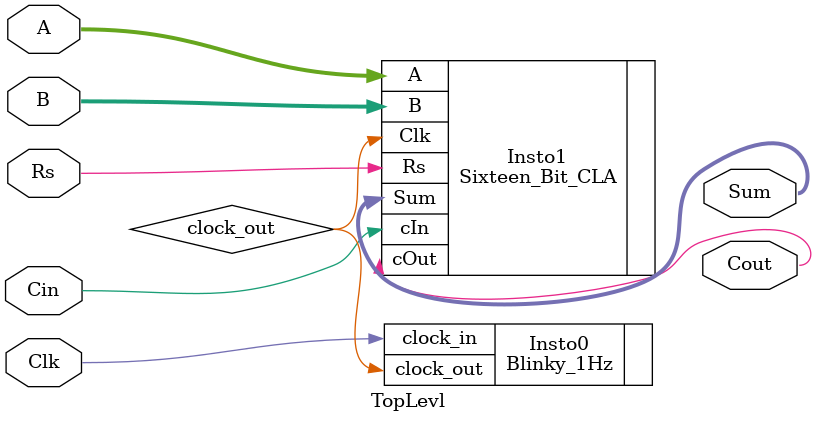
<source format=v>
`timescale 1ns / 1ps


module TopLevl(A, B, Cin, Cout, Sum,  Clk, Rs );

//parameter n = 4;

    input    Cin,   Clk, Rs;
    input   [15:0] A, B;
    output   [15:0] Sum;
    output   Cout;
    wire clock_out;
   
     
//Instantiate For Blinky

    Blinky_1Hz  Insto0(.clock_in(Clk), .clock_out(clock_out)   );

 
//Instoantiation for Four Bit CLA
    Sixteen_Bit_CLA   Insto1( .cIn(Cin),  .A(A),  .B(B),   .Rs(Rs), .Clk(clock_out),  .Sum(Sum), .cOut(Cout)   );
  
 

endmodule

</source>
